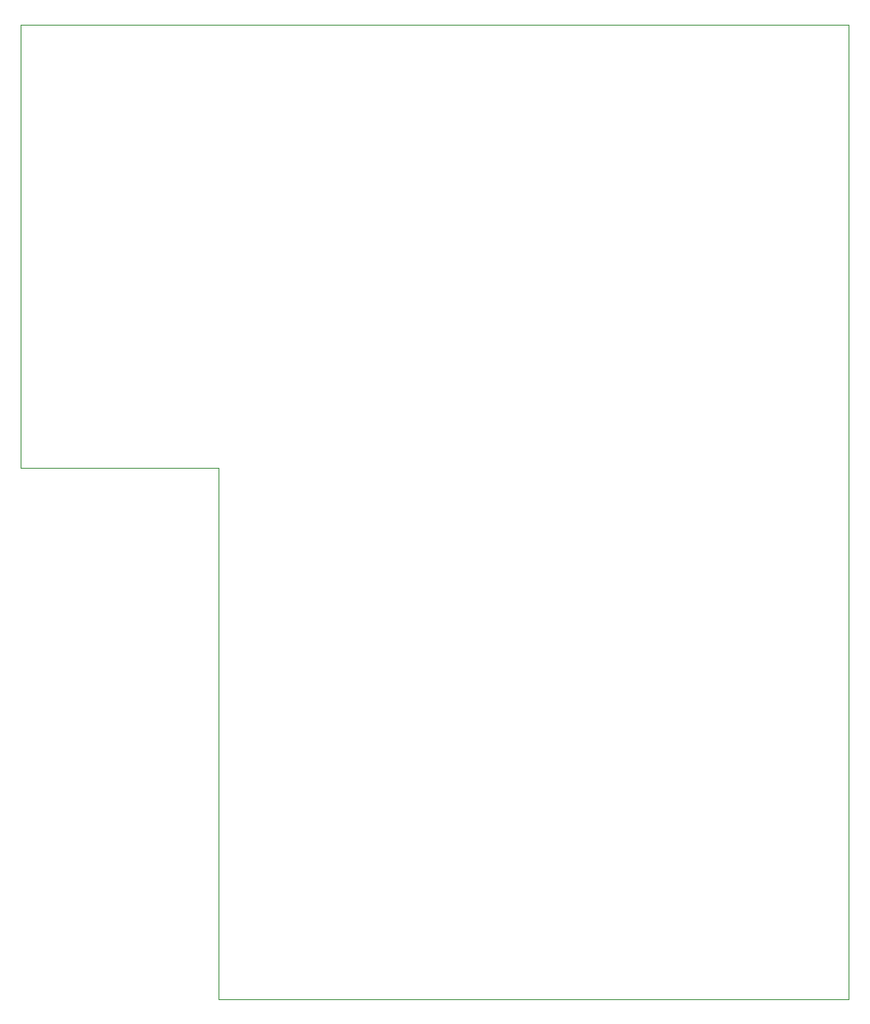
<source format=gbp>
%TF.GenerationSoftware,KiCad,Pcbnew,8.0.3*%
%TF.CreationDate,2024-07-30T19:30:49-07:00*%
%TF.ProjectId,ardxp1,61726478-7031-42e6-9b69-6361645f7063,v0.1*%
%TF.SameCoordinates,Original*%
%TF.FileFunction,Paste,Bot*%
%TF.FilePolarity,Positive*%
%FSLAX46Y46*%
G04 Gerber Fmt 4.6, Leading zero omitted, Abs format (unit mm)*
G04 Created by KiCad (PCBNEW 8.0.3) date 2024-07-30 19:30:49*
%MOMM*%
%LPD*%
G01*
G04 APERTURE LIST*
%TA.AperFunction,Profile*%
%ADD10C,0.050000*%
%TD*%
G04 APERTURE END LIST*
D10*
X40000000Y-40000000D02*
X40000000Y-85500000D01*
X60320000Y-85500000D02*
X60325000Y-140000000D01*
X40000000Y-85500000D02*
X60320000Y-85500000D01*
X60325000Y-140000000D02*
X125000000Y-140000000D01*
X125000000Y-40000000D02*
X40000000Y-40000000D01*
X125000000Y-140000000D02*
X125000000Y-40000000D01*
M02*

</source>
